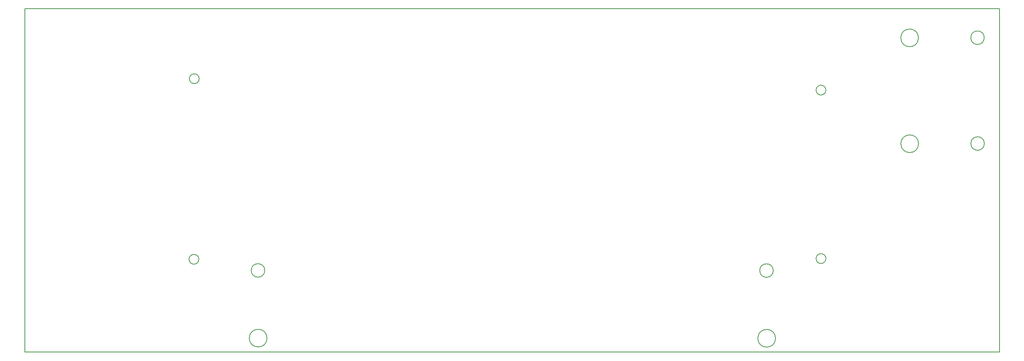
<source format=gbr>
G04 #@! TF.GenerationSoftware,KiCad,Pcbnew,7.0.8*
G04 #@! TF.CreationDate,2024-07-14T10:46:29+09:00*
G04 #@! TF.ProjectId,cool336_pcb,636f6f6c-3333-4365-9f70-63622e6b6963,rev?*
G04 #@! TF.SameCoordinates,Original*
G04 #@! TF.FileFunction,Profile,NP*
%FSLAX46Y46*%
G04 Gerber Fmt 4.6, Leading zero omitted, Abs format (unit mm)*
G04 Created by KiCad (PCBNEW 7.0.8) date 2024-07-14 10:46:29*
%MOMM*%
%LPD*%
G01*
G04 APERTURE LIST*
G04 #@! TA.AperFunction,Profile*
%ADD10C,0.200000*%
G04 #@! TD*
G04 #@! TA.AperFunction,Profile*
%ADD11C,0.150000*%
G04 #@! TD*
G04 APERTURE END LIST*
D10*
X29650000Y-6880000D02*
G75*
G03*
X29650000Y-6880000I-1100000J0D01*
G01*
X170550000Y-9450000D02*
G75*
G03*
X170550000Y-9450000I-1100000J0D01*
G01*
X29580000Y-47580000D02*
G75*
G03*
X29580000Y-47580000I-1100000J0D01*
G01*
X170550000Y-47420000D02*
G75*
G03*
X170550000Y-47420000I-1100000J0D01*
G01*
D11*
X159230000Y-65380000D02*
G75*
G03*
X159230000Y-65380000I-1990000J0D01*
G01*
X44910000Y-65350000D02*
G75*
G03*
X44910000Y-65350000I-1990000J0D01*
G01*
X206180000Y-21490000D02*
G75*
G03*
X206180000Y-21490000I-1520000J0D01*
G01*
X191390000Y-21530000D02*
G75*
G03*
X191390000Y-21530000I-1990000J0D01*
G01*
X44400000Y-50090000D02*
G75*
G03*
X44400000Y-50090000I-1520000J0D01*
G01*
X158720000Y-50120000D02*
G75*
G03*
X158720000Y-50120000I-1520000J0D01*
G01*
X206160000Y2370000D02*
G75*
G03*
X206160000Y2370000I-1520000J0D01*
G01*
X191370000Y2330000D02*
G75*
G03*
X191370000Y2330000I-1990000J0D01*
G01*
X-9560000Y8880000D02*
X209555000Y8880000D01*
X209555000Y-68490000D01*
X-9560000Y-68490000D01*
X-9560000Y8880000D01*
M02*

</source>
